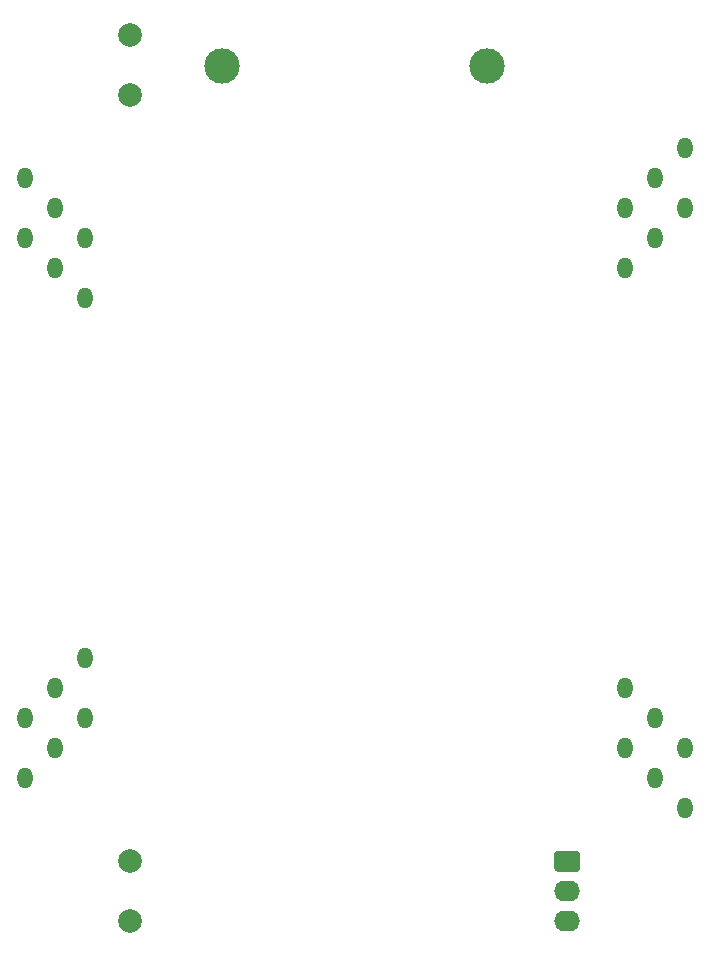
<source format=gbr>
%TF.GenerationSoftware,KiCad,Pcbnew,(5.1.9-0-10_14)*%
%TF.CreationDate,2021-04-08T14:44:04+02:00*%
%TF.ProjectId,Transformer-DBX286s,5472616e-7366-46f7-926d-65722d444258,rev?*%
%TF.SameCoordinates,Original*%
%TF.FileFunction,Copper,L1,Top*%
%TF.FilePolarity,Positive*%
%FSLAX46Y46*%
G04 Gerber Fmt 4.6, Leading zero omitted, Abs format (unit mm)*
G04 Created by KiCad (PCBNEW (5.1.9-0-10_14)) date 2021-04-08 14:44:04*
%MOMM*%
%LPD*%
G01*
G04 APERTURE LIST*
%TA.AperFunction,ComponentPad*%
%ADD10O,2.190000X1.740000*%
%TD*%
%TA.AperFunction,ComponentPad*%
%ADD11C,2.000000*%
%TD*%
%TA.AperFunction,ComponentPad*%
%ADD12O,1.300000X1.800000*%
%TD*%
%TA.AperFunction,ComponentPad*%
%ADD13C,3.000000*%
%TD*%
G04 APERTURE END LIST*
D10*
%TO.P,J3,3*%
%TO.N,/OUT3*%
X168000000Y-137540000D03*
%TO.P,J3,2*%
%TO.N,/OUT2*%
X168000000Y-135000000D03*
%TO.P,J3,1*%
%TO.N,/OUT1*%
%TA.AperFunction,ComponentPad*%
G36*
G01*
X167154999Y-131590000D02*
X168845001Y-131590000D01*
G75*
G02*
X169095000Y-131839999I0J-249999D01*
G01*
X169095000Y-133080001D01*
G75*
G02*
X168845001Y-133330000I-249999J0D01*
G01*
X167154999Y-133330000D01*
G75*
G02*
X166905000Y-133080001I0J249999D01*
G01*
X166905000Y-131839999D01*
G75*
G02*
X167154999Y-131590000I249999J0D01*
G01*
G37*
%TD.AperFunction*%
%TD*%
D11*
%TO.P,J2,1*%
%TO.N,/IN2*%
X131000000Y-132460000D03*
X131000000Y-137540000D03*
%TD*%
D12*
%TO.P,T2,4*%
%TO.N,/IN2*%
X124600000Y-122860000D03*
%TO.P,T2,3*%
%TO.N,/IN3*%
X124600000Y-117780000D03*
%TO.P,T2,2*%
X124600000Y-82220000D03*
%TO.P,T2,1*%
%TO.N,/IN1*%
X124600000Y-77140000D03*
%TO.P,T2,5*%
%TO.N,/OUT1*%
X175400000Y-74600000D03*
%TO.P,T2,6*%
%TO.N,/OUT2*%
X175400000Y-79680000D03*
%TO.P,T2,7*%
X175400000Y-120320000D03*
%TO.P,T2,8*%
%TO.N,/OUT3*%
X175400000Y-125400000D03*
%TD*%
%TO.P,T3,4*%
%TO.N,/IN2*%
X127140000Y-120320000D03*
%TO.P,T3,3*%
%TO.N,/IN3*%
X127140000Y-115240000D03*
%TO.P,T3,2*%
X127140000Y-84760000D03*
%TO.P,T3,1*%
%TO.N,/IN1*%
X127140000Y-79680000D03*
%TO.P,T3,5*%
%TO.N,/OUT1*%
X172860000Y-77140000D03*
%TO.P,T3,6*%
%TO.N,/OUT2*%
X172860000Y-82220000D03*
%TO.P,T3,7*%
X172860000Y-117780000D03*
%TO.P,T3,8*%
%TO.N,/OUT3*%
X172860000Y-122860000D03*
%TD*%
D13*
%TO.P,F1,2*%
%TO.N,Net-(F1-Pad2)*%
X138750000Y-65075000D03*
%TO.P,F1,1*%
%TO.N,/IN1*%
X161250000Y-65075000D03*
%TD*%
D12*
%TO.P,T1,8*%
%TO.N,/OUT3*%
X177940000Y-127940000D03*
%TO.P,T1,7*%
%TO.N,/OUT2*%
X177940000Y-122860000D03*
%TO.P,T1,6*%
X177940000Y-77140000D03*
%TO.P,T1,5*%
%TO.N,/OUT1*%
X177940000Y-72060000D03*
%TO.P,T1,1*%
%TO.N,/IN1*%
X122060000Y-74600000D03*
%TO.P,T1,2*%
%TO.N,/IN3*%
X122060000Y-79680000D03*
%TO.P,T1,3*%
X122060000Y-120320000D03*
%TO.P,T1,4*%
%TO.N,/IN2*%
X122060000Y-125400000D03*
%TD*%
D11*
%TO.P,J1,1*%
%TO.N,Net-(F1-Pad2)*%
X131000000Y-67540000D03*
X131000000Y-62460000D03*
%TD*%
M02*

</source>
